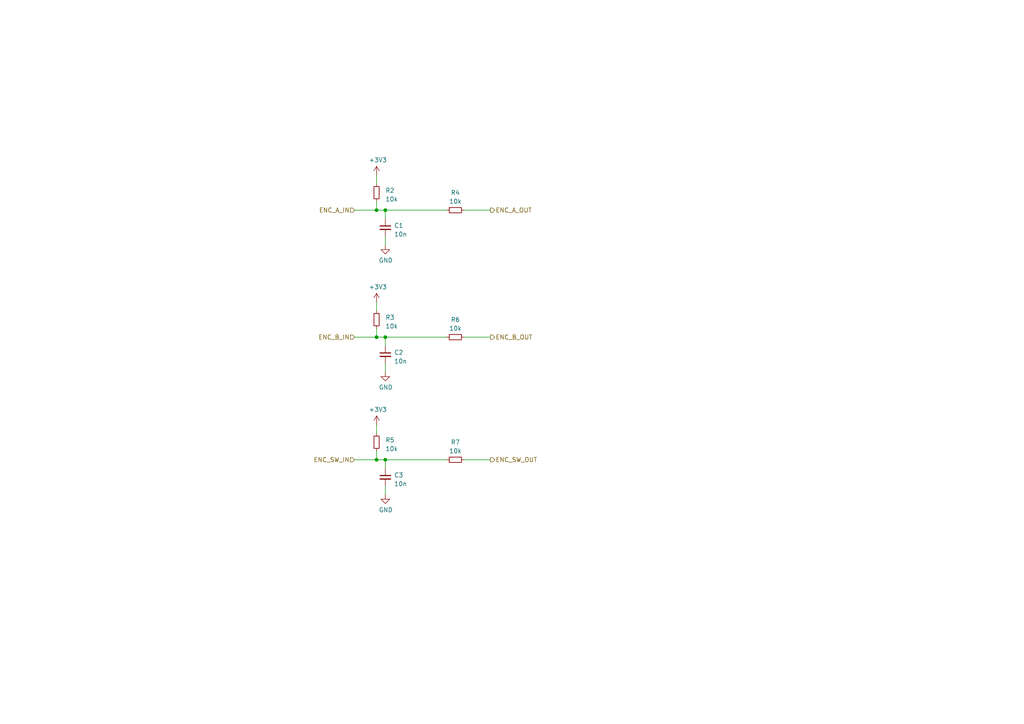
<source format=kicad_sch>
(kicad_sch (version 20230121) (generator eeschema)
  (paper "A4")
  (lib_symbols
    (symbol "Device:C_Small" (pin_numbers hide) (pin_names (offset 0.254) hide)
      (property "Reference" "C" (at 0.254 1.778 0))
      (property "Value" "C_Small" (at 0.254 -2.032 0))
      (symbol "C_Small_0_1"
        (polyline (pts (xy -1.524 -0.508) (xy 1.524 -0.508)) (stroke (width 0.3302)))
        (polyline (pts (xy -1.524 0.508) (xy 1.524 0.508)) (stroke (width 0.3048)))
      )
      (symbol "C_Small_1_1"
        (pin passive line (at 0 2.54 270) (length 2.032) (name "~") (number "1"))
        (pin passive line (at 0 -2.54 90) (length 2.032) (name "~") (number "2"))
      )
    )
    (symbol "Device:R_Small" (pin_numbers hide) (pin_names (offset 0.254) hide)
      (property "Reference" "R" (at 0.762 0.508 0))
      (property "Value" "R_Small" (at 0.762 -1.016 0))
      (symbol "R_Small_0_1"
        (rectangle (start -0.762 1.778) (end 0.762 -1.778) (stroke (width 0.2032)))
      )
      (symbol "R_Small_1_1"
        (pin passive line (at 0 2.54 270) (length 0.762) (name "~") (number "1"))
        (pin passive line (at 0 -2.54 90) (length 0.762) (name "~") (number "2"))
      )
    )
    (symbol "power:+3V3" (power) (pin_names (offset 0))
      (property "Value" "+3V3" (at 0 3.556 0))
      (symbol "+3V3_0_1"
        (polyline (pts (xy -0.762 1.27) (xy 0 2.54)))
        (polyline (pts (xy 0 0) (xy 0 2.54)))
        (polyline (pts (xy 0 2.54) (xy 0.762 1.27)))
      )
      (symbol "+3V3_1_1"
        (pin power_in line (at 0 0 90) (length 0) hide (name "+3V3") (number "1"))
      )
    )
    (symbol "power:GND" (power) (pin_names (offset 0))
      (property "Value" "GND" (at 0 -3.81 0))
      (symbol "GND_0_1"
        (polyline (pts (xy 0 0) (xy 0 -1.27) (xy 1.27 -1.27) (xy 0 -2.54) (xy -1.27 -1.27) (xy 0 -1.27)))
      )
      (symbol "GND_1_1"
        (pin power_in line (at 0 0 270) (length 0) hide (name "GND") (number "1"))
      )
    )
  )
  (junction (at 109.22 60.96))
  (junction (at 109.22 133.35))
  (junction (at 111.76 97.79))
  (junction (at 109.22 97.79))
  (junction (at 111.76 133.35))
  (junction (at 111.76 60.96))
  (wire (pts (xy 111.76 107.95) (xy 111.76 105.41)))
  (wire (pts (xy 111.76 97.79) (xy 111.76 100.33)))
  (wire (pts (xy 102.87 97.79) (xy 109.22 97.79)))
  (wire (pts (xy 109.22 50.8) (xy 109.22 53.34)))
  (wire (pts (xy 109.22 95.25) (xy 109.22 97.79)))
  (wire (pts (xy 102.87 133.35) (xy 109.22 133.35)))
  (wire (pts (xy 134.62 97.79) (xy 142.24 97.79)))
  (wire (pts (xy 111.76 133.35) (xy 129.54 133.35)))
  (wire (pts (xy 111.76 97.79) (xy 129.54 97.79)))
  (wire (pts (xy 102.87 60.96) (xy 109.22 60.96)))
  (wire (pts (xy 111.76 71.12) (xy 111.76 68.58)))
  (wire (pts (xy 134.62 133.35) (xy 142.24 133.35)))
  (wire (pts (xy 109.22 87.63) (xy 109.22 90.17)))
  (wire (pts (xy 109.22 123.19) (xy 109.22 125.73)))
  (wire (pts (xy 109.22 97.79) (xy 111.76 97.79)))
  (wire (pts (xy 109.22 130.81) (xy 109.22 133.35)))
  (wire (pts (xy 109.22 60.96) (xy 111.76 60.96)))
  (wire (pts (xy 109.22 58.42) (xy 109.22 60.96)))
  (wire (pts (xy 109.22 133.35) (xy 111.76 133.35)))
  (wire (pts (xy 111.76 60.96) (xy 111.76 63.5)))
  (wire (pts (xy 111.76 143.51) (xy 111.76 140.97)))
  (wire (pts (xy 134.62 60.96) (xy 142.24 60.96)))
  (wire (pts (xy 111.76 60.96) (xy 129.54 60.96)))
  (wire (pts (xy 111.76 133.35) (xy 111.76 135.89)))
  (hierarchical_label "ENC_SW_OUT" (shape output) (at 142.24 133.35 0))
  (hierarchical_label "ENC_SW_IN" (shape input) (at 102.87 133.35 180))
  (hierarchical_label "ENC_B_OUT" (shape output) (at 142.24 97.79 0))
  (hierarchical_label "ENC_A_IN" (shape input) (at 102.87 60.96 180))
  (hierarchical_label "ENC_B_IN" (shape input) (at 102.87 97.79 180))
  (hierarchical_label "ENC_A_OUT" (shape output) (at 142.24 60.96 0))
  (symbol (lib_id "Device:R_Small") (at 109.22 128.27 0) (unit 1)
    (property "Reference" "R5" (at 111.76 127.635 0) (effects (justify left)))
    (property "Value" "10k" (at 111.76 130.175 0) (effects (justify left)))
    (property "Footprint" "Cuprum:R_0603_1608Metric" (effects hide))
  )
  (symbol (lib_id "Device:R_Small") (at 109.22 55.88 0) (unit 1)
    (property "Reference" "R2" (at 111.76 55.245 0) (effects (justify left)))
    (property "Value" "10k" (at 111.76 57.785 0) (effects (justify left)))
    (property "Footprint" "Cuprum:R_0603_1608Metric" (effects hide))
  )
  (symbol (lib_id "Device:R_Small") (at 132.08 133.35 270) (unit 1)
    (property "Reference" "R7" (at 132.08 128.27 90))
    (property "Value" "10k" (at 132.08 130.81 90))
    (property "Footprint" "Cuprum:R_0603_1608Metric" (effects hide))
  )
  (symbol (lib_id "Device:R_Small") (at 132.08 97.79 270) (unit 1)
    (property "Reference" "R6" (at 132.08 92.71 90))
    (property "Value" "10k" (at 132.08 95.25 90))
    (property "Footprint" "Cuprum:R_0603_1608Metric" (effects hide))
  )
  (symbol (lib_id "Device:C_Small") (at 111.76 102.87 0) (unit 1)
    (property "Reference" "C2" (at 114.3 102.2413 0) (effects (justify left)))
    (property "Value" "10n" (at 114.3 104.7813 0) (effects (justify left)))
    (property "Footprint" "KiCAD Library:C_0603_1608Metric" (effects hide))
  )
  (symbol (lib_id "Device:R_Small") (at 132.08 60.96 270) (unit 1)
    (property "Reference" "R4" (at 132.08 55.88 90))
    (property "Value" "10k" (at 132.08 58.42 90))
    (property "Footprint" "Cuprum:R_0603_1608Metric" (effects hide))
  )
  (symbol (lib_id "Device:C_Small") (at 111.76 138.43 0) (unit 1)
    (property "Reference" "C3" (at 114.3 137.8013 0) (effects (justify left)))
    (property "Value" "10n" (at 114.3 140.3413 0) (effects (justify left)))
    (property "Footprint" "KiCAD Library:C_0603_1608Metric" (effects hide))
  )
  (symbol (lib_id "power:+3V3") (at 109.22 50.8 0) (unit 1)
    (property "Reference" "#PWR018" (effects hide))
    (property "Value" "+3V3" (at 109.601 46.4058 0))
    (instances (project "Reflow Oven" (path "" (reference "#PWR018") (unit 1)) (path "" (reference "#PWR014") (unit 1))) (project "USB-PD" (path "" (reference "#PWR?") (unit 1)) (path "" (reference "#PWR040") (unit 1))))
  )
  (symbol (lib_id "Device:R_Small") (at 109.22 92.71 0) (unit 1)
    (property "Reference" "R3" (at 111.76 92.075 0) (effects (justify left)))
    (property "Value" "10k" (at 111.76 94.615 0) (effects (justify left)))
    (property "Footprint" "Cuprum:R_0603_1608Metric" (effects hide))
  )
  (symbol (lib_id "power:GND") (at 111.76 143.51 0) (unit 1)
    (property "Reference" "#PWR017" (effects hide))
    (property "Value" "GND" (at 111.887 147.9042 0))
    (instances (project "Reflow Oven" (path "" (reference "#PWR017") (unit 1)) (path "" (reference "#PWR019") (unit 1))) (project "USB-PD" (path "" (reference "#PWR?") (unit 1)) (path "" (reference "#PWR039") (unit 1))))
  )
  (symbol (lib_id "Device:C_Small") (at 111.76 66.04 0) (unit 1)
    (property "Reference" "C1" (at 114.3 65.4113 0) (effects (justify left)))
    (property "Value" "10n" (at 114.3 67.9513 0) (effects (justify left)))
    (property "Footprint" "KiCAD Library:C_0603_1608Metric" (effects hide))
  )
  (symbol (lib_id "power:+3V3") (at 109.22 123.19 0) (unit 1)
    (property "Reference" "#PWR018" (effects hide))
    (property "Value" "+3V3" (at 109.601 118.7958 0))
    (instances (project "Reflow Oven" (path "" (reference "#PWR018") (unit 1)) (path "" (reference "#PWR018") (unit 1))) (project "USB-PD" (path "" (reference "#PWR?") (unit 1)) (path "" (reference "#PWR040") (unit 1))))
  )
  (symbol (lib_id "power:GND") (at 111.76 107.95 0) (unit 1)
    (property "Reference" "#PWR017" (effects hide))
    (property "Value" "GND" (at 111.887 112.3442 0))
    (instances (project "Reflow Oven" (path "" (reference "#PWR017") (unit 1)) (path "" (reference "#PWR017") (unit 1))) (project "USB-PD" (path "" (reference "#PWR?") (unit 1)) (path "" (reference "#PWR039") (unit 1))))
  )
  (symbol (lib_id "power:GND") (at 111.76 71.12 0) (unit 1)
    (property "Reference" "#PWR017" (effects hide))
    (property "Value" "GND" (at 111.887 75.5142 0))
    (instances (project "Reflow Oven" (path "" (reference "#PWR017") (unit 1)) (path "" (reference "#PWR015") (unit 1))) (project "USB-PD" (path "" (reference "#PWR?") (unit 1)) (path "" (reference "#PWR039") (unit 1))))
  )
  (symbol (lib_id "power:+3V3") (at 109.22 87.63 0) (unit 1)
    (property "Reference" "#PWR018" (effects hide))
    (property "Value" "+3V3" (at 109.601 83.2358 0))
    (instances (project "Reflow Oven" (path "" (reference "#PWR018") (unit 1)) (path "" (reference "#PWR016") (unit 1))) (project "USB-PD" (path "" (reference "#PWR?") (unit 1)) (path "" (reference "#PWR040") (unit 1))))
  )
)
</source>
